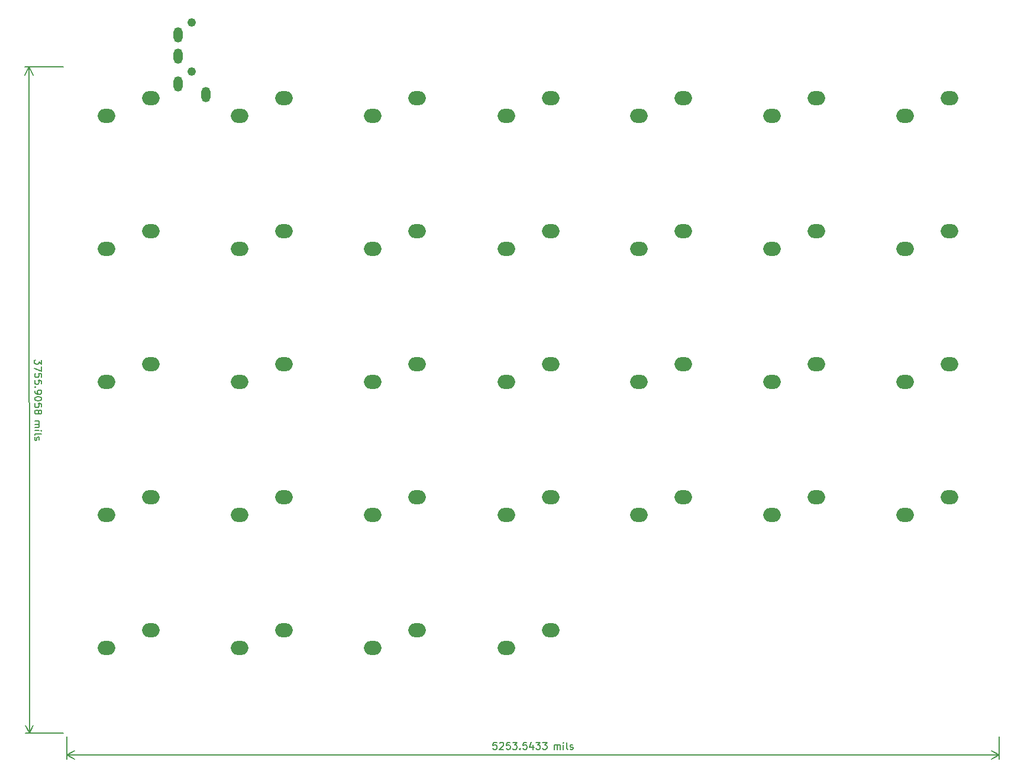
<source format=gbr>
%TF.GenerationSoftware,KiCad,Pcbnew,(7.0.0-0)*%
%TF.CreationDate,2023-04-16T10:11:03+09:00*%
%TF.ProjectId,pcb,7063622e-6b69-4636-9164-5f7063625858,rev?*%
%TF.SameCoordinates,Original*%
%TF.FileFunction,Legend,Top*%
%TF.FilePolarity,Positive*%
%FSLAX46Y46*%
G04 Gerber Fmt 4.6, Leading zero omitted, Abs format (unit mm)*
G04 Created by KiCad (PCBNEW (7.0.0-0)) date 2023-04-16 10:11:03*
%MOMM*%
%LPD*%
G01*
G04 APERTURE LIST*
%ADD10C,0.150000*%
%ADD11O,2.500000X2.000000*%
%ADD12C,1.210000*%
%ADD13O,1.300000X2.200000*%
G04 APERTURE END LIST*
D10*
X184576913Y-70425320D02*
X184577172Y-71044367D01*
X184577172Y-71044367D02*
X184196080Y-70711194D01*
X184196080Y-70711194D02*
X184196140Y-70854051D01*
X184196140Y-70854051D02*
X184148561Y-70949309D01*
X184148561Y-70949309D02*
X184100962Y-70996948D01*
X184100962Y-70996948D02*
X184005744Y-71044607D01*
X184005744Y-71044607D02*
X183767648Y-71044707D01*
X183767648Y-71044707D02*
X183672390Y-70997128D01*
X183672390Y-70997128D02*
X183624751Y-70949529D01*
X183624751Y-70949529D02*
X183577092Y-70854311D01*
X183577092Y-70854311D02*
X183576973Y-70568596D01*
X183576973Y-70568596D02*
X183624552Y-70473338D01*
X183624552Y-70473338D02*
X183672151Y-70425699D01*
X184577312Y-71377701D02*
X184577591Y-72044367D01*
X184577591Y-72044367D02*
X183577412Y-71616215D01*
X184577951Y-72901510D02*
X184577751Y-72425320D01*
X184577751Y-72425320D02*
X184101541Y-72377900D01*
X184101541Y-72377900D02*
X184149180Y-72425500D01*
X184149180Y-72425500D02*
X184196839Y-72520718D01*
X184196839Y-72520718D02*
X184196939Y-72758813D01*
X184196939Y-72758813D02*
X184149359Y-72854071D01*
X184149359Y-72854071D02*
X184101760Y-72901710D01*
X184101760Y-72901710D02*
X184006542Y-72949369D01*
X184006542Y-72949369D02*
X183768447Y-72949469D01*
X183768447Y-72949469D02*
X183673189Y-72901890D01*
X183673189Y-72901890D02*
X183625550Y-72854291D01*
X183625550Y-72854291D02*
X183577891Y-72759072D01*
X183577891Y-72759072D02*
X183577791Y-72520977D01*
X183577791Y-72520977D02*
X183625370Y-72425719D01*
X183625370Y-72425719D02*
X183672969Y-72378080D01*
X184578350Y-73853891D02*
X184578151Y-73377701D01*
X184578151Y-73377701D02*
X184101940Y-73330281D01*
X184101940Y-73330281D02*
X184149579Y-73377880D01*
X184149579Y-73377880D02*
X184197238Y-73473099D01*
X184197238Y-73473099D02*
X184197338Y-73711194D01*
X184197338Y-73711194D02*
X184149759Y-73806452D01*
X184149759Y-73806452D02*
X184102160Y-73854091D01*
X184102160Y-73854091D02*
X184006942Y-73901750D01*
X184006942Y-73901750D02*
X183768846Y-73901850D01*
X183768846Y-73901850D02*
X183673588Y-73854271D01*
X183673588Y-73854271D02*
X183625949Y-73806671D01*
X183625949Y-73806671D02*
X183578290Y-73711453D01*
X183578290Y-73711453D02*
X183578191Y-73473358D01*
X183578191Y-73473358D02*
X183625770Y-73378100D01*
X183625770Y-73378100D02*
X183673369Y-73330461D01*
X183673788Y-74330461D02*
X183626189Y-74378100D01*
X183626189Y-74378100D02*
X183578550Y-74330501D01*
X183578550Y-74330501D02*
X183626149Y-74282862D01*
X183626149Y-74282862D02*
X183673788Y-74330461D01*
X183673788Y-74330461D02*
X183578550Y-74330501D01*
X183578770Y-74854310D02*
X183578849Y-75044786D01*
X183578849Y-75044786D02*
X183626508Y-75140004D01*
X183626508Y-75140004D02*
X183674147Y-75187603D01*
X183674147Y-75187603D02*
X183817044Y-75282782D01*
X183817044Y-75282782D02*
X184007541Y-75330321D01*
X184007541Y-75330321D02*
X184388493Y-75330161D01*
X184388493Y-75330161D02*
X184483711Y-75282502D01*
X184483711Y-75282502D02*
X184531310Y-75234863D01*
X184531310Y-75234863D02*
X184578889Y-75139605D01*
X184578889Y-75139605D02*
X184578809Y-74949129D01*
X184578809Y-74949129D02*
X184531150Y-74853911D01*
X184531150Y-74853911D02*
X184483511Y-74806312D01*
X184483511Y-74806312D02*
X184388253Y-74758732D01*
X184388253Y-74758732D02*
X184150158Y-74758832D01*
X184150158Y-74758832D02*
X184054940Y-74806491D01*
X184054940Y-74806491D02*
X184007341Y-74854130D01*
X184007341Y-74854130D02*
X183959762Y-74949388D01*
X183959762Y-74949388D02*
X183959842Y-75139864D01*
X183959842Y-75139864D02*
X184007501Y-75235083D01*
X184007501Y-75235083D02*
X184055140Y-75282682D01*
X184055140Y-75282682D02*
X184150398Y-75330261D01*
X184579229Y-75949129D02*
X184579269Y-76044367D01*
X184579269Y-76044367D02*
X184531689Y-76139625D01*
X184531689Y-76139625D02*
X184484090Y-76187264D01*
X184484090Y-76187264D02*
X184388872Y-76234923D01*
X184388872Y-76234923D02*
X184198416Y-76282622D01*
X184198416Y-76282622D02*
X183960321Y-76282722D01*
X183960321Y-76282722D02*
X183769825Y-76235182D01*
X183769825Y-76235182D02*
X183674567Y-76187603D01*
X183674567Y-76187603D02*
X183626928Y-76140004D01*
X183626928Y-76140004D02*
X183579269Y-76044786D01*
X183579269Y-76044786D02*
X183579229Y-75949548D01*
X183579229Y-75949548D02*
X183626808Y-75854290D01*
X183626808Y-75854290D02*
X183674407Y-75806651D01*
X183674407Y-75806651D02*
X183769625Y-75758992D01*
X183769625Y-75758992D02*
X183960081Y-75711293D01*
X183960081Y-75711293D02*
X184198176Y-75711193D01*
X184198176Y-75711193D02*
X184388673Y-75758732D01*
X184388673Y-75758732D02*
X184483931Y-75806312D01*
X184483931Y-75806312D02*
X184531570Y-75853911D01*
X184531570Y-75853911D02*
X184579229Y-75949129D01*
X184579748Y-77187224D02*
X184579548Y-76711033D01*
X184579548Y-76711033D02*
X184103338Y-76663614D01*
X184103338Y-76663614D02*
X184150977Y-76711213D01*
X184150977Y-76711213D02*
X184198636Y-76806431D01*
X184198636Y-76806431D02*
X184198736Y-77044526D01*
X184198736Y-77044526D02*
X184151156Y-77139785D01*
X184151156Y-77139785D02*
X184103557Y-77187424D01*
X184103557Y-77187424D02*
X184008339Y-77235083D01*
X184008339Y-77235083D02*
X183770244Y-77235182D01*
X183770244Y-77235182D02*
X183674986Y-77187603D01*
X183674986Y-77187603D02*
X183627347Y-77140004D01*
X183627347Y-77140004D02*
X183579688Y-77044786D01*
X183579688Y-77044786D02*
X183579588Y-76806691D01*
X183579588Y-76806691D02*
X183627167Y-76711433D01*
X183627167Y-76711433D02*
X183674766Y-76663794D01*
X184151436Y-77806451D02*
X184199015Y-77711193D01*
X184199015Y-77711193D02*
X184246614Y-77663554D01*
X184246614Y-77663554D02*
X184341832Y-77615895D01*
X184341832Y-77615895D02*
X184389451Y-77615875D01*
X184389451Y-77615875D02*
X184484709Y-77663454D01*
X184484709Y-77663454D02*
X184532348Y-77711053D01*
X184532348Y-77711053D02*
X184580007Y-77806271D01*
X184580007Y-77806271D02*
X184580087Y-77996748D01*
X184580087Y-77996748D02*
X184532508Y-78092006D01*
X184532508Y-78092006D02*
X184484909Y-78139645D01*
X184484909Y-78139645D02*
X184389691Y-78187304D01*
X184389691Y-78187304D02*
X184342072Y-78187324D01*
X184342072Y-78187324D02*
X184246814Y-78139745D01*
X184246814Y-78139745D02*
X184199175Y-78092145D01*
X184199175Y-78092145D02*
X184151516Y-77996927D01*
X184151516Y-77996927D02*
X184151436Y-77806451D01*
X184151436Y-77806451D02*
X184103777Y-77711233D01*
X184103777Y-77711233D02*
X184056138Y-77663634D01*
X184056138Y-77663634D02*
X183960880Y-77616055D01*
X183960880Y-77616055D02*
X183770404Y-77616135D01*
X183770404Y-77616135D02*
X183675186Y-77663794D01*
X183675186Y-77663794D02*
X183627587Y-77711433D01*
X183627587Y-77711433D02*
X183580007Y-77806691D01*
X183580007Y-77806691D02*
X183580087Y-77997167D01*
X183580087Y-77997167D02*
X183627746Y-78092385D01*
X183627746Y-78092385D02*
X183675385Y-78139984D01*
X183675385Y-78139984D02*
X183770643Y-78187563D01*
X183770643Y-78187563D02*
X183961120Y-78187483D01*
X183961120Y-78187483D02*
X184056338Y-78139824D01*
X184056338Y-78139824D02*
X184103937Y-78092185D01*
X184103937Y-78092185D02*
X184151516Y-77996927D01*
X183580598Y-79216215D02*
X184247265Y-79215935D01*
X184152027Y-79215975D02*
X184199666Y-79263574D01*
X184199666Y-79263574D02*
X184247325Y-79358792D01*
X184247325Y-79358792D02*
X184247385Y-79501649D01*
X184247385Y-79501649D02*
X184199806Y-79596907D01*
X184199806Y-79596907D02*
X184104588Y-79644566D01*
X184104588Y-79644566D02*
X183580778Y-79644786D01*
X184104588Y-79644566D02*
X184199846Y-79692145D01*
X184199846Y-79692145D02*
X184247505Y-79787364D01*
X184247505Y-79787364D02*
X184247565Y-79930221D01*
X184247565Y-79930221D02*
X184199985Y-80025479D01*
X184199985Y-80025479D02*
X184104767Y-80073138D01*
X184104767Y-80073138D02*
X183580958Y-80073357D01*
X183581157Y-80549547D02*
X184247824Y-80549268D01*
X184581157Y-80549128D02*
X184533518Y-80501529D01*
X184533518Y-80501529D02*
X184485919Y-80549168D01*
X184485919Y-80549168D02*
X184533558Y-80596767D01*
X184533558Y-80596767D02*
X184581157Y-80549128D01*
X184581157Y-80549128D02*
X184485919Y-80549168D01*
X183581417Y-81168594D02*
X183628996Y-81073336D01*
X183628996Y-81073336D02*
X183724214Y-81025677D01*
X183724214Y-81025677D02*
X184581357Y-81025318D01*
X183629176Y-81501908D02*
X183581597Y-81597166D01*
X183581597Y-81597166D02*
X183581677Y-81787643D01*
X183581677Y-81787643D02*
X183629336Y-81882861D01*
X183629336Y-81882861D02*
X183724594Y-81930440D01*
X183724594Y-81930440D02*
X183772213Y-81930420D01*
X183772213Y-81930420D02*
X183867431Y-81882761D01*
X183867431Y-81882761D02*
X183915010Y-81787503D01*
X183915010Y-81787503D02*
X183914950Y-81644646D01*
X183914950Y-81644646D02*
X183962529Y-81549388D01*
X183962529Y-81549388D02*
X184057747Y-81501729D01*
X184057747Y-81501729D02*
X184105366Y-81501709D01*
X184105366Y-81501709D02*
X184200624Y-81549288D01*
X184200624Y-81549288D02*
X184248283Y-81644506D01*
X184248283Y-81644506D02*
X184248343Y-81787363D01*
X184248343Y-81787363D02*
X184200764Y-81882621D01*
X187660000Y-28500210D02*
X182190296Y-28502503D01*
X187700000Y-123900210D02*
X182230296Y-123902503D01*
X182776716Y-28502257D02*
X182816716Y-123902257D01*
X182776716Y-28502257D02*
X182816716Y-123902257D01*
X182776716Y-28502257D02*
X183363609Y-29628515D01*
X182776716Y-28502257D02*
X182190768Y-29629007D01*
X182816716Y-123902257D02*
X182229823Y-122775999D01*
X182816716Y-123902257D02*
X183402664Y-122775507D01*
X249715238Y-125217380D02*
X249239048Y-125217380D01*
X249239048Y-125217380D02*
X249191429Y-125693571D01*
X249191429Y-125693571D02*
X249239048Y-125645952D01*
X249239048Y-125645952D02*
X249334286Y-125598333D01*
X249334286Y-125598333D02*
X249572381Y-125598333D01*
X249572381Y-125598333D02*
X249667619Y-125645952D01*
X249667619Y-125645952D02*
X249715238Y-125693571D01*
X249715238Y-125693571D02*
X249762857Y-125788809D01*
X249762857Y-125788809D02*
X249762857Y-126026904D01*
X249762857Y-126026904D02*
X249715238Y-126122142D01*
X249715238Y-126122142D02*
X249667619Y-126169761D01*
X249667619Y-126169761D02*
X249572381Y-126217380D01*
X249572381Y-126217380D02*
X249334286Y-126217380D01*
X249334286Y-126217380D02*
X249239048Y-126169761D01*
X249239048Y-126169761D02*
X249191429Y-126122142D01*
X250143810Y-125312619D02*
X250191429Y-125265000D01*
X250191429Y-125265000D02*
X250286667Y-125217380D01*
X250286667Y-125217380D02*
X250524762Y-125217380D01*
X250524762Y-125217380D02*
X250620000Y-125265000D01*
X250620000Y-125265000D02*
X250667619Y-125312619D01*
X250667619Y-125312619D02*
X250715238Y-125407857D01*
X250715238Y-125407857D02*
X250715238Y-125503095D01*
X250715238Y-125503095D02*
X250667619Y-125645952D01*
X250667619Y-125645952D02*
X250096191Y-126217380D01*
X250096191Y-126217380D02*
X250715238Y-126217380D01*
X251620000Y-125217380D02*
X251143810Y-125217380D01*
X251143810Y-125217380D02*
X251096191Y-125693571D01*
X251096191Y-125693571D02*
X251143810Y-125645952D01*
X251143810Y-125645952D02*
X251239048Y-125598333D01*
X251239048Y-125598333D02*
X251477143Y-125598333D01*
X251477143Y-125598333D02*
X251572381Y-125645952D01*
X251572381Y-125645952D02*
X251620000Y-125693571D01*
X251620000Y-125693571D02*
X251667619Y-125788809D01*
X251667619Y-125788809D02*
X251667619Y-126026904D01*
X251667619Y-126026904D02*
X251620000Y-126122142D01*
X251620000Y-126122142D02*
X251572381Y-126169761D01*
X251572381Y-126169761D02*
X251477143Y-126217380D01*
X251477143Y-126217380D02*
X251239048Y-126217380D01*
X251239048Y-126217380D02*
X251143810Y-126169761D01*
X251143810Y-126169761D02*
X251096191Y-126122142D01*
X252000953Y-125217380D02*
X252620000Y-125217380D01*
X252620000Y-125217380D02*
X252286667Y-125598333D01*
X252286667Y-125598333D02*
X252429524Y-125598333D01*
X252429524Y-125598333D02*
X252524762Y-125645952D01*
X252524762Y-125645952D02*
X252572381Y-125693571D01*
X252572381Y-125693571D02*
X252620000Y-125788809D01*
X252620000Y-125788809D02*
X252620000Y-126026904D01*
X252620000Y-126026904D02*
X252572381Y-126122142D01*
X252572381Y-126122142D02*
X252524762Y-126169761D01*
X252524762Y-126169761D02*
X252429524Y-126217380D01*
X252429524Y-126217380D02*
X252143810Y-126217380D01*
X252143810Y-126217380D02*
X252048572Y-126169761D01*
X252048572Y-126169761D02*
X252000953Y-126122142D01*
X253048572Y-126122142D02*
X253096191Y-126169761D01*
X253096191Y-126169761D02*
X253048572Y-126217380D01*
X253048572Y-126217380D02*
X253000953Y-126169761D01*
X253000953Y-126169761D02*
X253048572Y-126122142D01*
X253048572Y-126122142D02*
X253048572Y-126217380D01*
X254000952Y-125217380D02*
X253524762Y-125217380D01*
X253524762Y-125217380D02*
X253477143Y-125693571D01*
X253477143Y-125693571D02*
X253524762Y-125645952D01*
X253524762Y-125645952D02*
X253620000Y-125598333D01*
X253620000Y-125598333D02*
X253858095Y-125598333D01*
X253858095Y-125598333D02*
X253953333Y-125645952D01*
X253953333Y-125645952D02*
X254000952Y-125693571D01*
X254000952Y-125693571D02*
X254048571Y-125788809D01*
X254048571Y-125788809D02*
X254048571Y-126026904D01*
X254048571Y-126026904D02*
X254000952Y-126122142D01*
X254000952Y-126122142D02*
X253953333Y-126169761D01*
X253953333Y-126169761D02*
X253858095Y-126217380D01*
X253858095Y-126217380D02*
X253620000Y-126217380D01*
X253620000Y-126217380D02*
X253524762Y-126169761D01*
X253524762Y-126169761D02*
X253477143Y-126122142D01*
X254905714Y-125550714D02*
X254905714Y-126217380D01*
X254667619Y-125169761D02*
X254429524Y-125884047D01*
X254429524Y-125884047D02*
X255048571Y-125884047D01*
X255334286Y-125217380D02*
X255953333Y-125217380D01*
X255953333Y-125217380D02*
X255620000Y-125598333D01*
X255620000Y-125598333D02*
X255762857Y-125598333D01*
X255762857Y-125598333D02*
X255858095Y-125645952D01*
X255858095Y-125645952D02*
X255905714Y-125693571D01*
X255905714Y-125693571D02*
X255953333Y-125788809D01*
X255953333Y-125788809D02*
X255953333Y-126026904D01*
X255953333Y-126026904D02*
X255905714Y-126122142D01*
X255905714Y-126122142D02*
X255858095Y-126169761D01*
X255858095Y-126169761D02*
X255762857Y-126217380D01*
X255762857Y-126217380D02*
X255477143Y-126217380D01*
X255477143Y-126217380D02*
X255381905Y-126169761D01*
X255381905Y-126169761D02*
X255334286Y-126122142D01*
X256286667Y-125217380D02*
X256905714Y-125217380D01*
X256905714Y-125217380D02*
X256572381Y-125598333D01*
X256572381Y-125598333D02*
X256715238Y-125598333D01*
X256715238Y-125598333D02*
X256810476Y-125645952D01*
X256810476Y-125645952D02*
X256858095Y-125693571D01*
X256858095Y-125693571D02*
X256905714Y-125788809D01*
X256905714Y-125788809D02*
X256905714Y-126026904D01*
X256905714Y-126026904D02*
X256858095Y-126122142D01*
X256858095Y-126122142D02*
X256810476Y-126169761D01*
X256810476Y-126169761D02*
X256715238Y-126217380D01*
X256715238Y-126217380D02*
X256429524Y-126217380D01*
X256429524Y-126217380D02*
X256334286Y-126169761D01*
X256334286Y-126169761D02*
X256286667Y-126122142D01*
X257934286Y-126217380D02*
X257934286Y-125550714D01*
X257934286Y-125645952D02*
X257981905Y-125598333D01*
X257981905Y-125598333D02*
X258077143Y-125550714D01*
X258077143Y-125550714D02*
X258220000Y-125550714D01*
X258220000Y-125550714D02*
X258315238Y-125598333D01*
X258315238Y-125598333D02*
X258362857Y-125693571D01*
X258362857Y-125693571D02*
X258362857Y-126217380D01*
X258362857Y-125693571D02*
X258410476Y-125598333D01*
X258410476Y-125598333D02*
X258505714Y-125550714D01*
X258505714Y-125550714D02*
X258648571Y-125550714D01*
X258648571Y-125550714D02*
X258743810Y-125598333D01*
X258743810Y-125598333D02*
X258791429Y-125693571D01*
X258791429Y-125693571D02*
X258791429Y-126217380D01*
X259267619Y-126217380D02*
X259267619Y-125550714D01*
X259267619Y-125217380D02*
X259220000Y-125265000D01*
X259220000Y-125265000D02*
X259267619Y-125312619D01*
X259267619Y-125312619D02*
X259315238Y-125265000D01*
X259315238Y-125265000D02*
X259267619Y-125217380D01*
X259267619Y-125217380D02*
X259267619Y-125312619D01*
X259886666Y-126217380D02*
X259791428Y-126169761D01*
X259791428Y-126169761D02*
X259743809Y-126074523D01*
X259743809Y-126074523D02*
X259743809Y-125217380D01*
X260220000Y-126169761D02*
X260315238Y-126217380D01*
X260315238Y-126217380D02*
X260505714Y-126217380D01*
X260505714Y-126217380D02*
X260600952Y-126169761D01*
X260600952Y-126169761D02*
X260648571Y-126074523D01*
X260648571Y-126074523D02*
X260648571Y-126026904D01*
X260648571Y-126026904D02*
X260600952Y-125931666D01*
X260600952Y-125931666D02*
X260505714Y-125884047D01*
X260505714Y-125884047D02*
X260362857Y-125884047D01*
X260362857Y-125884047D02*
X260267619Y-125836428D01*
X260267619Y-125836428D02*
X260220000Y-125741190D01*
X260220000Y-125741190D02*
X260220000Y-125693571D01*
X260220000Y-125693571D02*
X260267619Y-125598333D01*
X260267619Y-125598333D02*
X260362857Y-125550714D01*
X260362857Y-125550714D02*
X260505714Y-125550714D01*
X260505714Y-125550714D02*
X260600952Y-125598333D01*
X188200000Y-124400000D02*
X188200000Y-127586420D01*
X321640000Y-124400000D02*
X321640000Y-127586420D01*
X188200000Y-127000000D02*
X321640000Y-127000000D01*
X188200000Y-127000000D02*
X321640000Y-127000000D01*
X188200000Y-127000000D02*
X189326504Y-126413579D01*
X188200000Y-127000000D02*
X189326504Y-127586421D01*
X321640000Y-127000000D02*
X320513496Y-127586421D01*
X321640000Y-127000000D02*
X320513496Y-126413579D01*
D11*
%TO.C,SW54*%
X270105986Y-92671999D03*
X276455986Y-90131999D03*
%TD*%
%TO.C,SW62*%
X212905986Y-111721999D03*
X219255986Y-109181999D03*
%TD*%
%TO.C,SW23*%
X212905986Y-54571999D03*
X219255986Y-52031999D03*
%TD*%
%TO.C,SW12*%
X270105986Y-35521999D03*
X276455986Y-32981999D03*
%TD*%
%TO.C,SW40*%
X270105986Y-73621999D03*
X276455986Y-71081999D03*
%TD*%
%TO.C,SW53*%
X251105986Y-92671999D03*
X257455986Y-90131999D03*
%TD*%
%TO.C,SW28*%
X308205986Y-54571999D03*
X314555986Y-52031999D03*
%TD*%
%TO.C,SW51*%
X212905986Y-92671999D03*
X219255986Y-90131999D03*
%TD*%
%TO.C,SW37*%
X212905986Y-73621999D03*
X219255986Y-71081999D03*
%TD*%
%TO.C,SW56*%
X308205986Y-92671999D03*
X314555986Y-90131999D03*
%TD*%
%TO.C,SW9*%
X212905986Y-35521999D03*
X219255986Y-32981999D03*
%TD*%
%TO.C,SW27*%
X289105986Y-54571999D03*
X295455986Y-52031999D03*
%TD*%
%TO.C,SW14*%
X308205986Y-35521999D03*
X314555986Y-32981999D03*
%TD*%
%TO.C,SW50*%
X193905986Y-92671999D03*
X200255986Y-90131999D03*
%TD*%
%TO.C,SW38*%
X232005986Y-73621999D03*
X238355986Y-71081999D03*
%TD*%
%TO.C,SW11*%
X251105986Y-35521999D03*
X257455986Y-32981999D03*
%TD*%
%TO.C,SW52*%
X232005986Y-92671999D03*
X238355986Y-90131999D03*
%TD*%
%TO.C,SW39*%
X251105986Y-73621999D03*
X257455986Y-71081999D03*
%TD*%
%TO.C,SW55*%
X289105986Y-92671999D03*
X295455986Y-90131999D03*
%TD*%
%TO.C,SW24*%
X232005986Y-54571999D03*
X238355986Y-52031999D03*
%TD*%
%TO.C,SW25*%
X251105986Y-54571999D03*
X257455986Y-52031999D03*
%TD*%
D12*
%TO.C,J2*%
X206068800Y-22120000D03*
X206068800Y-29120000D03*
D13*
X208068799Y-32419999D03*
X204068799Y-23919999D03*
X204068799Y-26919999D03*
X204068799Y-30919999D03*
%TD*%
D11*
%TO.C,SW10*%
X232005986Y-35521999D03*
X238355986Y-32981999D03*
%TD*%
%TO.C,SW64*%
X251105986Y-111721999D03*
X257455986Y-109181999D03*
%TD*%
%TO.C,SW41*%
X289105986Y-73621999D03*
X295455986Y-71081999D03*
%TD*%
%TO.C,SW42*%
X308205986Y-73621999D03*
X314555986Y-71081999D03*
%TD*%
%TO.C,SW36*%
X193905986Y-73621999D03*
X200255986Y-71081999D03*
%TD*%
%TO.C,SW63*%
X232005986Y-111721999D03*
X238355986Y-109181999D03*
%TD*%
%TO.C,SW13*%
X289105986Y-35521999D03*
X295455986Y-32981999D03*
%TD*%
%TO.C,SW8*%
X193905986Y-35521999D03*
X200255986Y-32981999D03*
%TD*%
%TO.C,SW61*%
X193905986Y-111721999D03*
X200255986Y-109181999D03*
%TD*%
%TO.C,SW26*%
X270105986Y-54571999D03*
X276455986Y-52031999D03*
%TD*%
%TO.C,SW22*%
X193905986Y-54571999D03*
X200255986Y-52031999D03*
%TD*%
M02*

</source>
